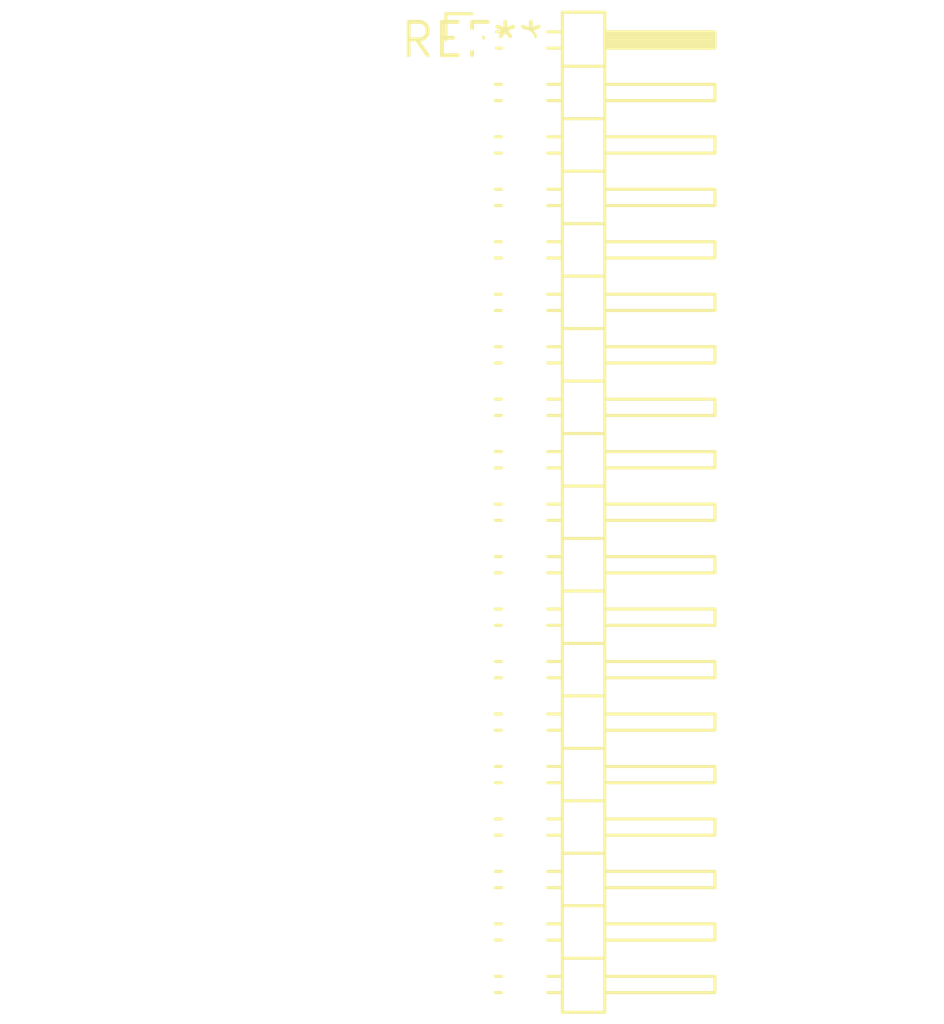
<source format=kicad_pcb>
(kicad_pcb (version 20240108) (generator pcbnew)
  (layers (0 "F.Cu" signal) (31 "B.Cu" signal) (34 "B.Paste" user) (35 "F.Paste" user) (36 "B.SilkS" user "B.Silkscreen") (37 "F.SilkS" user "F.Silkscreen") (38 "B.Mask" user) (39 "F.Mask" user) (44 "Edge.Cuts" user))
  (net 0 "")
  (footprint "PinHeader_2x19_P2.00mm_Horizontal" (layer "F.Cu") (at 0 0)
    (property "Reference" "REF**")
    (property "Value" "PinHeader_2x19_P2.00mm_Horizontal")
    (fp_line (start -1 -1) (end 0 -1) (layer "F.SilkS") (stroke (width 0.12)))
    (fp_line (start -1 0) (end -1 -1) (layer "F.SilkS") (stroke (width 0.12)))
    (fp_line (start 0.882114 1.69) (end 1.117886 1.69) (layer "F.SilkS") (stroke (width 0.12)))
    (fp_line (start 0.882114 2.31) (end 1.117886 2.31) (layer "F.SilkS") (stroke (width 0.12)))
    (fp_line (start 0.882114 3.69) (end 1.117886 3.69) (layer "F.SilkS") (stroke (width 0.12)))
    (fp_line (start 0.882114 4.31) (end 1.117886 4.31) (layer "F.SilkS") (stroke (width 0.12)))
    (fp_line (start 0.882114 5.69) (end 1.117886 5.69) (layer "F.SilkS") (stroke (width 0.12)))
    (fp_line (start 0.882114 6.31) (end 1.117886 6.31) (layer "F.SilkS") (stroke (width 0.12)))
    (fp_line (start 0.882114 7.69) (end 1.117886 7.69) (layer "F.SilkS") (stroke (width 0.12)))
    (fp_line (start 0.882114 8.31) (end 1.117886 8.31) (layer "F.SilkS") (stroke (width 0.12)))
    (fp_line (start 0.882114 9.69) (end 1.117886 9.69) (layer "F.SilkS") (stroke (width 0.12)))
    (fp_line (start 0.882114 10.31) (end 1.117886 10.31) (layer "F.SilkS") (stroke (width 0.12)))
    (fp_line (start 0.882114 11.69) (end 1.117886 11.69) (layer "F.SilkS") (stroke (width 0.12)))
    (fp_line (start 0.882114 12.31) (end 1.117886 12.31) (layer "F.SilkS") (stroke (width 0.12)))
    (fp_line (start 0.882114 13.69) (end 1.117886 13.69) (layer "F.SilkS") (stroke (width 0.12)))
    (fp_line (start 0.882114 14.31) (end 1.117886 14.31) (layer "F.SilkS") (stroke (width 0.12)))
    (fp_line (start 0.882114 15.69) (end 1.117886 15.69) (layer "F.SilkS") (stroke (width 0.12)))
    (fp_line (start 0.882114 16.31) (end 1.117886 16.31) (layer "F.SilkS") (stroke (width 0.12)))
    (fp_line (start 0.882114 17.69) (end 1.117886 17.69) (layer "F.SilkS") (stroke (width 0.12)))
    (fp_line (start 0.882114 18.31) (end 1.117886 18.31) (layer "F.SilkS") (stroke (width 0.12)))
    (fp_line (start 0.882114 19.69) (end 1.117886 19.69) (layer "F.SilkS") (stroke (width 0.12)))
    (fp_line (start 0.882114 20.31) (end 1.117886 20.31) (layer "F.SilkS") (stroke (width 0.12)))
    (fp_line (start 0.882114 21.69) (end 1.117886 21.69) (layer "F.SilkS") (stroke (width 0.12)))
    (fp_line (start 0.882114 22.31) (end 1.117886 22.31) (layer "F.SilkS") (stroke (width 0.12)))
    (fp_line (start 0.882114 23.69) (end 1.117886 23.69) (layer "F.SilkS") (stroke (width 0.12)))
    (fp_line (start 0.882114 24.31) (end 1.117886 24.31) (layer "F.SilkS") (stroke (width 0.12)))
    (fp_line (start 0.882114 25.69) (end 1.117886 25.69) (layer "F.SilkS") (stroke (width 0.12)))
    (fp_line (start 0.882114 26.31) (end 1.117886 26.31) (layer "F.SilkS") (stroke (width 0.12)))
    (fp_line (start 0.882114 27.69) (end 1.117886 27.69) (layer "F.SilkS") (stroke (width 0.12)))
    (fp_line (start 0.882114 28.31) (end 1.117886 28.31) (layer "F.SilkS") (stroke (width 0.12)))
    (fp_line (start 0.882114 29.69) (end 1.117886 29.69) (layer "F.SilkS") (stroke (width 0.12)))
    (fp_line (start 0.882114 30.31) (end 1.117886 30.31) (layer "F.SilkS") (stroke (width 0.12)))
    (fp_line (start 0.882114 31.69) (end 1.117886 31.69) (layer "F.SilkS") (stroke (width 0.12)))
    (fp_line (start 0.882114 32.31) (end 1.117886 32.31) (layer "F.SilkS") (stroke (width 0.12)))
    (fp_line (start 0.882114 33.69) (end 1.117886 33.69) (layer "F.SilkS") (stroke (width 0.12)))
    (fp_line (start 0.882114 34.31) (end 1.117886 34.31) (layer "F.SilkS") (stroke (width 0.12)))
    (fp_line (start 0.882114 35.69) (end 1.117886 35.69) (layer "F.SilkS") (stroke (width 0.12)))
    (fp_line (start 0.882114 36.31) (end 1.117886 36.31) (layer "F.SilkS") (stroke (width 0.12)))
    (fp_line (start 0.935 -0.31) (end 1.117886 -0.31) (layer "F.SilkS") (stroke (width 0.12)))
    (fp_line (start 0.935 0.31) (end 1.117886 0.31) (layer "F.SilkS") (stroke (width 0.12)))
    (fp_line (start 2.882114 -0.31) (end 3.44 -0.31) (layer "F.SilkS") (stroke (width 0.12)))
    (fp_line (start 2.882114 0.31) (end 3.44 0.31) (layer "F.SilkS") (stroke (width 0.12)))
    (fp_line (start 2.882114 1.69) (end 3.44 1.69) (layer "F.SilkS") (stroke (width 0.12)))
    (fp_line (start 2.882114 2.31) (end 3.44 2.31) (layer "F.SilkS") (stroke (width 0.12)))
    (fp_line (start 2.882114 3.69) (end 3.44 3.69) (layer "F.SilkS") (stroke (width 0.12)))
    (fp_line (start 2.882114 4.31) (end 3.44 4.31) (layer "F.SilkS") (stroke (width 0.12)))
    (fp_line (start 2.882114 5.69) (end 3.44 5.69) (layer "F.SilkS") (stroke (width 0.12)))
    (fp_line (start 2.882114 6.31) (end 3.44 6.31) (layer "F.SilkS") (stroke (width 0.12)))
    (fp_line (start 2.882114 7.69) (end 3.44 7.69) (layer "F.SilkS") (stroke (width 0.12)))
    (fp_line (start 2.882114 8.31) (end 3.44 8.31) (layer "F.SilkS") (stroke (width 0.12)))
    (fp_line (start 2.882114 9.69) (end 3.44 9.69) (layer "F.SilkS") (stroke (width 0.12)))
    (fp_line (start 2.882114 10.31) (end 3.44 10.31) (layer "F.SilkS") (stroke (width 0.12)))
    (fp_line (start 2.882114 11.69) (end 3.44 11.69) (layer "F.SilkS") (stroke (width 0.12)))
    (fp_line (start 2.882114 12.31) (end 3.44 12.31) (layer "F.SilkS") (stroke (width 0.12)))
    (fp_line (start 2.882114 13.69) (end 3.44 13.69) (layer "F.SilkS") (stroke (width 0.12)))
    (fp_line (start 2.882114 14.31) (end 3.44 14.31) (layer "F.SilkS") (stroke (width 0.12)))
    (fp_line (start 2.882114 15.69) (end 3.44 15.69) (layer "F.SilkS") (stroke (width 0.12)))
    (fp_line (start 2.882114 16.31) (end 3.44 16.31) (layer "F.SilkS") (stroke (width 0.12)))
    (fp_line (start 2.882114 17.69) (end 3.44 17.69) (layer "F.SilkS") (stroke (width 0.12)))
    (fp_line (start 2.882114 18.31) (end 3.44 18.31) (layer "F.SilkS") (stroke (width 0.12)))
    (fp_line (start 2.882114 19.69) (end 3.44 19.69) (layer "F.SilkS") (stroke (width 0.12)))
    (fp_line (start 2.882114 20.31) (end 3.44 20.31) (layer "F.SilkS") (stroke (width 0.12)))
    (fp_line (start 2.882114 21.69) (end 3.44 21.69) (layer "F.SilkS") (stroke (width 0.12)))
    (fp_line (start 2.882114 22.31) (end 3.44 22.31) (layer "F.SilkS") (stroke (width 0.12)))
    (fp_line (start 2.882114 23.69) (end 3.44 23.69) (layer "F.SilkS") (stroke (width 0.12)))
    (fp_line (start 2.882114 24.31) (end 3.44 24.31) (layer "F.SilkS") (stroke (width 0.12)))
    (fp_line (start 2.882114 25.69) (end 3.44 25.69) (layer "F.SilkS") (stroke (width 0.12)))
    (fp_line (start 2.882114 26.31) (end 3.44 26.31) (layer "F.SilkS") (stroke (width 0.12)))
    (fp_line (start 2.882114 27.69) (end 3.44 27.69) (layer "F.SilkS") (stroke (width 0.12)))
    (fp_line (start 2.882114 28.31) (end 3.44 28.31) (layer "F.SilkS") (stroke (width 0.12)))
    (fp_line (start 2.882114 29.69) (end 3.44 29.69) (layer "F.SilkS") (stroke (width 0.12)))
    (fp_line (start 2.882114 30.31) (end 3.44 30.31) (layer "F.SilkS") (stroke (width 0.12)))
    (fp_line (start 2.882114 31.69) (end 3.44 31.69) (layer "F.SilkS") (stroke (width 0.12)))
    (fp_line (start 2.882114 32.31) (end 3.44 32.31) (layer "F.SilkS") (stroke (width 0.12)))
    (fp_line (start 2.882114 33.69) (end 3.44 33.69) (layer "F.SilkS") (stroke (width 0.12)))
    (fp_line (start 2.882114 34.31) (end 3.44 34.31) (layer "F.SilkS") (stroke (width 0.12)))
    (fp_line (start 2.882114 35.69) (end 3.44 35.69) (layer "F.SilkS") (stroke (width 0.12)))
    (fp_line (start 2.882114 36.31) (end 3.44 36.31) (layer "F.SilkS") (stroke (width 0.12)))
    (fp_line (start 3.44 -1.06) (end 3.44 37.06) (layer "F.SilkS") (stroke (width 0.12)))
    (fp_line (start 3.44 1) (end 5.06 1) (layer "F.SilkS") (stroke (width 0.12)))
    (fp_line (start 3.44 3) (end 5.06 3) (layer "F.SilkS") (stroke (width 0.12)))
    (fp_line (start 3.44 5) (end 5.06 5) (layer "F.SilkS") (stroke (width 0.12)))
    (fp_line (start 3.44 7) (end 5.06 7) (layer "F.SilkS") (stroke (width 0.12)))
    (fp_line (start 3.44 9) (end 5.06 9) (layer "F.SilkS") (stroke (width 0.12)))
    (fp_line (start 3.44 11) (end 5.06 11) (layer "F.SilkS") (stroke (width 0.12)))
    (fp_line (start 3.44 13) (end 5.06 13) (layer "F.SilkS") (stroke (width 0.12)))
    (fp_line (start 3.44 15) (end 5.06 15) (layer "F.SilkS") (stroke (width 0.12)))
    (fp_line (start 3.44 17) (end 5.06 17) (layer "F.SilkS") (stroke (width 0.12)))
    (fp_line (start 3.44 19) (end 5.06 19) (layer "F.SilkS") (stroke (width 0.12)))
    (fp_line (start 3.44 21) (end 5.06 21) (layer "F.SilkS") (stroke (width 0.12)))
    (fp_line (start 3.44 23) (end 5.06 23) (layer "F.SilkS") (stroke (width 0.12)))
    (fp_line (start 3.44 25) (end 5.06 25) (layer "F.SilkS") (stroke (width 0.12)))
    (fp_line (start 3.44 27) (end 5.06 27) (layer "F.SilkS") (stroke (width 0.12)))
    (fp_line (start 3.44 29) (end 5.06 29) (layer "F.SilkS") (stroke (width 0.12)))
    (fp_line (start 3.44 31) (end 5.06 31) (layer "F.SilkS") (stroke (width 0.12)))
    (fp_line (start 3.44 33) (end 5.06 33) (layer "F.SilkS") (stroke (width 0.12)))
    (fp_line (start 3.44 35) (end 5.06 35) (layer "F.SilkS") (stroke (width 0.12)))
    (fp_line (start 3.44 37.06) (end 5.06 37.06) (layer "F.SilkS") (stroke (width 0.12)))
    (fp_line (start 5.06 -1.06) (end 3.44 -1.06) (layer "F.SilkS") (stroke (width 0.12)))
    (fp_line (start 5.06 -0.31) (end 9.26 -0.31) (layer "F.SilkS") (stroke (width 0.12)))
    (fp_line (start 5.06 -0.25) (end 9.26 -0.25) (layer "F.SilkS") (stroke (width 0.12)))
    (fp_line (start 5.06 -0.13) (end 9.26 -0.13) (layer "F.SilkS") (stroke (width 0.12)))
    (fp_line (start 5.06 -0.01) (end 9.26 -0.01) (layer "F.SilkS") (stroke (width 0.12)))
    (fp_line (start 5.06 0.11) (end 9.26 0.11) (layer "F.SilkS") (stroke (width 0.12)))
    (fp_line (start 5.06 0.23) (end 9.26 0.23) (layer "F.SilkS") (stroke (width 0.12)))
    (fp_line (start 5.06 1.69) (end 9.26 1.69) (layer "F.SilkS") (stroke (width 0.12)))
    (fp_line (start 5.06 3.69) (end 9.26 3.69) (layer "F.SilkS") (stroke (width 0.12)))
    (fp_line (start 5.06 5.69) (end 9.26 5.69) (layer "F.SilkS") (stroke (width 0.12)))
    (fp_line (start 5.06 7.69) (end 9.26 7.69) (layer "F.SilkS") (stroke (width 0.12)))
    (fp_line (start 5.06 9.69) (end 9.26 9.69) (layer "F.SilkS") (stroke (width 0.12)))
    (fp_line (start 5.06 11.69) (end 9.26 11.69) (layer "F.SilkS") (stroke (width 0.12)))
    (fp_line (start 5.06 13.69) (end 9.26 13.69) (layer "F.SilkS") (stroke (width 0.12)))
    (fp_line (start 5.06 15.69) (end 9.26 15.69) (layer "F.SilkS") (stroke (width 0.12)))
    (fp_line (start 5.06 17.69) (end 9.26 17.69) (layer "F.SilkS") (stroke (width 0.12)))
    (fp_line (start 5.06 19.69) (end 9.26 19.69) (layer "F.SilkS") (stroke (width 0.12)))
    (fp_line (start 5.06 21.69) (end 9.26 21.69) (layer "F.SilkS") (stroke (width 0.12)))
    (fp_line (start 5.06 23.69) (end 9.26 23.69) (layer "F.SilkS") (stroke (width 0.12)))
    (fp_line (start 5.06 25.69) (end 9.26 25.69) (layer "F.SilkS") (stroke (width 0.12)))
    (fp_line (start 5.06 27.69) (end 9.26 27.69) (layer "F.SilkS") (stroke (width 0.12)))
    (fp_line (start 5.06 29.69) (end 9.26 29.69) (layer "F.SilkS") (stroke (width 0.12)))
    (fp_line (start 5.06 31.69) (end 9.26 31.69) (layer "F.SilkS") (stroke (width 0.12)))
    (fp_line (start 5.06 33.69) (end 9.26 33.69) (layer "F.SilkS") (stroke (width 0.12)))
    (fp_line (start 5.06 35.69) (end 9.26 35.69) (layer "F.SilkS") (stroke (width 0.12)))
    (fp_line (start 5.06 37.06) (end 5.06 -1.06) (layer "F.SilkS") (stroke (width 0.12)))
    (fp_line (start 9.26 -0.31) (end 9.26 0.31) (layer "F.SilkS") (stroke (width 0.12)))
    (fp_line (start 9.26 0.31) (end 5.06 0.31) (layer "F.SilkS") (stroke (width 0.12)))
    (fp_line (start 9.26 1.69) (end 9.26 2.31) (layer "F.SilkS") (stroke (width 0.12)))
    (fp_line (start 9.26 2.31) (end 5.06 2.31) (layer "F.SilkS") (stroke (width 0.12)))
    (fp_line (start 9.26 3.69) (end 9.26 4.31) (layer "F.SilkS") (stroke (width 0.12)))
    (fp_line (start 9.26 4.31) (end 5.06 4.31) (layer "F.SilkS") (stroke (width 0.12)))
    (fp_line (start 9.26 5.69) (end 9.26 6.31) (layer "F.SilkS") (stroke (width 0.12)))
    (fp_line (start 9.26 6.31) (end 5.06 6.31) (layer "F.SilkS") (stroke (width 0.12)))
    (fp_line (start 9.26 7.69) (end 9.26 8.31) (layer "F.SilkS") (stroke (width 0.12)))
    (fp_line (start 9.26 8.31) (end 5.06 8.31) (layer "F.SilkS") (stroke (width 0.12)))
    (fp_line (start 9.26 9.69) (end 9.26 10.31) (layer "F.SilkS") (stroke (width 0.12)))
    (fp_line (start 9.26 10.31) (end 5.06 10.31) (layer "F.SilkS") (stroke (width 0.12)))
    (fp_line (start 9.26 11.69) (end 9.26 12.31) (layer "F.SilkS") (stroke (width 0.12)))
    (fp_line (start 9.26 12.31) (end 5.06 12.31) (layer "F.SilkS") (stroke (width 0.12)))
    (fp_line (start 9.26 13.69) (end 9.26 14.31) (layer "F.SilkS") (stroke (width 0.12)))
    (fp_line (start 9.26 14.31) (end 5.06 14.31) (layer "F.SilkS") (stroke (width 0.12)))
    (fp_line (start 9.26 15.69) (end 9.26 16.31) (layer "F.SilkS") (stroke (width 0.12)))
    (fp_line (start 9.26 16.31) (end 5.06 16.31) (layer "F.SilkS") (stroke (width 0.12)))
    (fp_line (start 9.26 17.69) (end 9.26 18.31) (layer "F.SilkS") (stroke (width 0.12)))
    (fp_line (start 9.26 18.31) (end 5.06 18.31) (layer "F.SilkS") (stroke (width 0.12)))
    (fp_line (start 9.26 19.69) (end 9.26 20.31) (layer "F.SilkS") (stroke (width 0.12)))
    (fp_line (start 9.26 20.31) (end 5.06 20.31) (layer "F.SilkS") (stroke (width 0.12)))
    (fp_line (start 9.26 21.69) (end 9.26 22.31) (layer "F.SilkS") (stroke (width 0.12)))
    (fp_line (start 9.26 22.31) (end 5.06 22.31) (layer "F.SilkS") (stroke (width 0.12)))
    (fp_line (start 9.26 23.69) (end 9.26 24.31) (layer "F.SilkS") (stroke (width 0.12)))
    (fp_line (start 9.26 24.31) (end 5.06 24.31) (layer "F.SilkS") (stroke (width 0.12)))
    (fp_line (start 9.26 25.69) (end 9.26 26.31) (layer "F.SilkS") (stroke (width 0.12)))
    (fp_line (start 9.26 26.31) (end 5.06 26.31) (layer "F.SilkS") (stroke (width 0.12)))
    (fp_line (start 9.26 27.69) (end 9.26 28.31) (layer "F.SilkS") (stroke (width 0.12)))
    (fp_line (start 9.26 28.31) (end 5.06 28.31) (layer "F.SilkS") (stroke (width 0.12)))
    (fp_line (start 9.26 29.69) (end 9.26 30.31) (layer "F.SilkS") (stroke (width 0.12)))
    (fp_line (start 9.26 30.31) (end 5.06 30.31) (layer "F.SilkS") (stroke (width 0.12)))
    (fp_line (start 9.26 31.69) (end 9.26 32.31) (layer "F.SilkS") (stroke (width 0.12)))
    (fp_line (start 9.26 32.31) (end 5.06 32.31) (layer "F.SilkS") (stroke (width 0.12)))
    (fp_line (start 9.26 33.69) (end 9.26 34.31) (layer "F.SilkS") (stroke (width 0.12)))
    (fp_line (start 9.26 34.31) (end 5.06 34.31) (layer "F.SilkS") (stroke (width 0.12)))
    (fp_line (start 9.26 35.69) (end 9.26 36.31) (layer "F.SilkS") (stroke (width 0.12)))
    (fp_line (start 9.26 36.31) (end 5.06 36.31) (layer "F.SilkS") (stroke (width 0.12)))
    (pad "1" thru_hole rect (at 0 0) (size 1.35 1.35) (drill 0.8) (layers *.Cu *.Mask) (remove_unused_layers))
    (pad "2" thru_hole oval (at 2 0) (size 1.35 1.35) (drill 0.8) (layers *.Cu *.Mask) (remove_unused_layers))
    (pad "3" thru_hole oval (at 0 2) (size 1.35 1.35) (drill 0.8) (layers *.Cu *.Mask) (remove_unused_layers))
    (pad "4" thru_hole oval (at 2 2) (size 1.35 1.35) (drill 0.8) (layers *.Cu *.Mask) (remove_unused_layers))
    (pad "5" thru_hole oval (at 0 4) (size 1.35 1.35) (drill 0.8) (layers *.Cu *.Mask) (remove_unused_layers))
    (pad "6" thru_hole oval (at 2 4) (size 1.35 1.35) (drill 0.8) (layers *.Cu *.Mask) (remove_unused_layers))
    (pad "7" thru_hole oval (at 0 6) (size 1.35 1.35) (drill 0.8) (layers *.Cu *.Mask) (remove_unused_layers))
    (pad "8" thru_hole oval (at 2 6) (size 1.35 1.35) (drill 0.8) (layers *.Cu *.Mask) (remove_unused_layers))
    (pad "9" thru_hole oval (at 0 8) (size 1.35 1.35) (drill 0.8) (layers *.Cu *.Mask) (remove_unused_layers))
    (pad "10" thru_hole oval (at 2 8) (size 1.35 1.35) (drill 0.8) (layers *.Cu *.Mask) (remove_unused_layers))
    (pad "11" thru_hole oval (at 0 10) (size 1.35 1.35) (drill 0.8) (layers *.Cu *.Mask) (remove_unused_layers))
    (pad "12" thru_hole oval (at 2 10) (size 1.35 1.35) (drill 0.8) (layers *.Cu *.Mask) (remove_unused_layers))
    (pad "13" thru_hole oval (at 0 12) (size 1.35 1.35) (drill 0.8) (layers *.Cu *.Mask) (remove_unused_layers))
    (pad "14" thru_hole oval (at 2 12) (size 1.35 1.35) (drill 0.8) (layers *.Cu *.Mask) (remove_unused_layers))
    (pad "15" thru_hole oval (at 0 14) (size 1.35 1.35) (drill 0.8) (layers *.Cu *.Mask) (remove_unused_layers))
    (pad "16" thru_hole oval (at 2 14) (size 1.35 1.35) (drill 0.8) (layers *.Cu *.Mask) (remove_unused_layers))
    (pad "17" thru_hole oval (at 0 16) (size 1.35 1.35) (drill 0.8) (layers *.Cu *.Mask) (remove_unused_layers))
    (pad "18" thru_hole oval (at 2 16) (size 1.35 1.35) (drill 0.8) (layers *.Cu *.Mask) (remove_unused_layers))
    (pad "19" thru_hole oval (at 0 18) (size 1.35 1.35) (drill 0.8) (layers *.Cu *.Mask) (remove_unused_layers))
    (pad "20" thru_hole oval (at 2 18) (size 1.35 1.35) (drill 0.8) (layers *.Cu *.Mask) (remove_unused_layers))
    (pad "21" thru_hole oval (at 0 20) (size 1.35 1.35) (drill 0.8) (layers *.Cu *.Mask) (remove_unused_layers))
    (pad "22" thru_hole oval (at 2 20) (size 1.35 1.35) (drill 0.8) (layers *.Cu *.Mask) (remove_unused_layers))
    (pad "23" thru_hole oval (at 0 22) (size 1.35 1.35) (drill 0.8) (layers *.Cu *.Mask) (remove_unused_layers))
    (pad "24" thru_hole oval (at 2 22) (size 1.35 1.35) (drill 0.8) (layers *.Cu *.Mask) (remove_unused_layers))
    (pad "25" thru_hole oval (at 0 24) (size 1.35 1.35) (drill 0.8) (layers *.Cu *.Mask) (remove_unused_layers))
    (pad "26" thru_hole oval (at 2 24) (size 1.35 1.35) (drill 0.8) (layers *.Cu *.Mask) (remove_unused_layers))
    (pad "27" thru_hole oval (at 0 26) (size 1.35 1.35) (drill 0.8) (layers *.Cu *.Mask) (remove_unused_layers))
    (pad "28" thru_hole oval (at 2 26) (size 1.35 1.35) (drill 0.8) (layers *.Cu *.Mask) (remove_unused_layers))
    (pad "29" thru_hole oval (at 0 28) (size 1.35 1.35) (drill 0.8) (layers *.Cu *.Mask) (remove_unused_layers))
    (pad "30" thru_hole oval (at 2 28) (size 1.35 1.35) (drill 0.8) (layers *.Cu *.Mask) (remove_unused_layers))
    (pad "31" thru_hole oval (at 0 30) (size 1.35 1.35) (drill 0.8) (layers *.Cu *.Mask) (remove_unused_layers))
    (pad "32" thru_hole oval (at 2 30) (size 1.35 1.35) (drill 0.8) (layers *.Cu *.Mask) (remove_unused_layers))
    (pad "33" thru_hole oval (at 0 32) (size 1.35 1.35) (drill 0.8) (layers *.Cu *.Mask) (remove_unused_layers))
    (pad "34" thru_hole oval (at 2 32) (size 1.35 1.35) (drill 0.8) (layers *.Cu *.Mask) (remove_unused_layers))
    (pad "35" thru_hole oval (at 0 34) (size 1.35 1.35) (drill 0.8) (layers *.Cu *.Mask) (remove_unused_layers))
    (pad "36" thru_hole oval (at 2 34) (size 1.35 1.35) (drill 0.8) (layers *.Cu *.Mask) (remove_unused_layers))
    (pad "37" thru_hole oval (at 0 36) (size 1.35 1.35) (drill 0.8) (layers *.Cu *.Mask) (remove_unused_layers))
    (pad "38" thru_hole oval (at 2 36) (size 1.35 1.35) (drill 0.8) (layers *.Cu *.Mask) (remove_unused_layers))
  )
)
</source>
